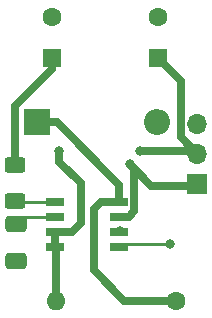
<source format=gbr>
%TF.GenerationSoftware,KiCad,Pcbnew,8.0.1-rc1*%
%TF.CreationDate,2024-11-19T18:26:05-08:00*%
%TF.ProjectId,LM2597-Fixed,4c4d3235-3937-42d4-9669-7865642e6b69,rev?*%
%TF.SameCoordinates,Original*%
%TF.FileFunction,Copper,L1,Top*%
%TF.FilePolarity,Positive*%
%FSLAX46Y46*%
G04 Gerber Fmt 4.6, Leading zero omitted, Abs format (unit mm)*
G04 Created by KiCad (PCBNEW 8.0.1-rc1) date 2024-11-19 18:26:05*
%MOMM*%
%LPD*%
G01*
G04 APERTURE LIST*
G04 Aperture macros list*
%AMRoundRect*
0 Rectangle with rounded corners*
0 $1 Rounding radius*
0 $2 $3 $4 $5 $6 $7 $8 $9 X,Y pos of 4 corners*
0 Add a 4 corners polygon primitive as box body*
4,1,4,$2,$3,$4,$5,$6,$7,$8,$9,$2,$3,0*
0 Add four circle primitives for the rounded corners*
1,1,$1+$1,$2,$3*
1,1,$1+$1,$4,$5*
1,1,$1+$1,$6,$7*
1,1,$1+$1,$8,$9*
0 Add four rect primitives between the rounded corners*
20,1,$1+$1,$2,$3,$4,$5,0*
20,1,$1+$1,$4,$5,$6,$7,0*
20,1,$1+$1,$6,$7,$8,$9,0*
20,1,$1+$1,$8,$9,$2,$3,0*%
G04 Aperture macros list end*
%TA.AperFunction,SMDPad,CuDef*%
%ADD10RoundRect,0.250000X-0.625000X0.400000X-0.625000X-0.400000X0.625000X-0.400000X0.625000X0.400000X0*%
%TD*%
%TA.AperFunction,SMDPad,CuDef*%
%ADD11R,1.528000X0.650000*%
%TD*%
%TA.AperFunction,ComponentPad*%
%ADD12C,1.600000*%
%TD*%
%TA.AperFunction,ComponentPad*%
%ADD13O,1.600000X1.600000*%
%TD*%
%TA.AperFunction,ComponentPad*%
%ADD14R,2.200000X2.200000*%
%TD*%
%TA.AperFunction,ComponentPad*%
%ADD15O,2.200000X2.200000*%
%TD*%
%TA.AperFunction,ComponentPad*%
%ADD16R,1.600000X1.600000*%
%TD*%
%TA.AperFunction,ComponentPad*%
%ADD17R,1.700000X1.700000*%
%TD*%
%TA.AperFunction,ComponentPad*%
%ADD18O,1.700000X1.700000*%
%TD*%
%TA.AperFunction,SMDPad,CuDef*%
%ADD19RoundRect,0.250000X-0.650000X0.412500X-0.650000X-0.412500X0.650000X-0.412500X0.650000X0.412500X0*%
%TD*%
%TA.AperFunction,ViaPad*%
%ADD20C,0.800000*%
%TD*%
%TA.AperFunction,Conductor*%
%ADD21C,0.250000*%
%TD*%
%TA.AperFunction,Conductor*%
%ADD22C,0.635000*%
%TD*%
G04 APERTURE END LIST*
D10*
%TO.P,R1,1*%
%TO.N,+VDC*%
X147766141Y-95494385D03*
%TO.P,R1,2*%
%TO.N,Net-(IC1-ERROR_FLAG)*%
X147766141Y-98594385D03*
%TD*%
D11*
%TO.P,IC1,1,ERROR_FLAG*%
%TO.N,Net-(IC1-ERROR_FLAG)*%
X151138992Y-98598564D03*
%TO.P,IC1,2,DELAY*%
%TO.N,Net-(IC1-DELAY)*%
X151138992Y-99868564D03*
%TO.P,IC1,3,BIAS_SUPPLY*%
%TO.N,VCC*%
X151138992Y-101138564D03*
%TO.P,IC1,4,FEEDBACK*%
X151138992Y-102408564D03*
%TO.P,IC1,5,~{SHUTDOWN}/SOFT-START*%
%TO.N,Net-(IC1-~{SHUTDOWN}{slash}SOFT-START)*%
X156560992Y-102408564D03*
%TO.P,IC1,6,GROUND*%
%TO.N,GND*%
X156560992Y-101138564D03*
%TO.P,IC1,7,+VIN*%
%TO.N,+VDC*%
X156560992Y-99868564D03*
%TO.P,IC1,8,OUTPUT*%
%TO.N,Net-(D1-K)*%
X156560992Y-98598564D03*
%TD*%
D12*
%TO.P,L1,1,1*%
%TO.N,Net-(D1-K)*%
X161334161Y-107019396D03*
D13*
%TO.P,L1,2,2*%
%TO.N,VCC*%
X151174161Y-107019396D03*
%TD*%
D14*
%TO.P,D1,1,K*%
%TO.N,Net-(D1-K)*%
X149579492Y-91907963D03*
D15*
%TO.P,D1,2,A*%
%TO.N,GND*%
X159739492Y-91907963D03*
%TD*%
D16*
%TO.P,C4,1*%
%TO.N,VCC*%
X159810912Y-86476788D03*
D12*
%TO.P,C4,2*%
%TO.N,GND*%
X159810912Y-82976788D03*
%TD*%
D16*
%TO.P,C3,1*%
%TO.N,+VDC*%
X150853605Y-86476788D03*
D12*
%TO.P,C3,2*%
%TO.N,GND*%
X150853605Y-82976788D03*
%TD*%
D17*
%TO.P,J1,1,Pin_1*%
%TO.N,+VDC*%
X163118369Y-97073471D03*
D18*
%TO.P,J1,2,Pin_2*%
%TO.N,VCC*%
X163118369Y-94533471D03*
%TO.P,J1,3,Pin_3*%
%TO.N,GND*%
X163118369Y-91993471D03*
%TD*%
D19*
%TO.P,C1,1*%
%TO.N,Net-(IC1-DELAY)*%
X147783138Y-100533329D03*
%TO.P,C1,2*%
%TO.N,GND*%
X147783138Y-103658329D03*
%TD*%
D20*
%TO.N,GND*%
X147736901Y-103667869D03*
%TO.N,+VDC*%
X147750869Y-95475186D03*
%TO.N,GND*%
X156598987Y-101116350D03*
%TO.N,Net-(IC1-~{SHUTDOWN}{slash}SOFT-START)*%
X160816394Y-102212757D03*
%TO.N,+VDC*%
X157430175Y-95427080D03*
%TO.N,VCC*%
X158318828Y-94334363D03*
X151443568Y-94337281D03*
%TD*%
D21*
%TO.N,Net-(IC1-DELAY)*%
X148447903Y-99868564D02*
X151138992Y-99868564D01*
X147783138Y-100533329D02*
X148447903Y-99868564D01*
%TO.N,Net-(IC1-ERROR_FLAG)*%
X147770320Y-98598564D02*
X147766141Y-98594385D01*
X151138992Y-98598564D02*
X147770320Y-98598564D01*
D22*
%TO.N,+VDC*%
X150853605Y-87398850D02*
X150853605Y-86476788D01*
X147766141Y-90486314D02*
X150853605Y-87398850D01*
X147766141Y-95459914D02*
X147766141Y-90486314D01*
X147750869Y-95475186D02*
X147766141Y-95459914D01*
D21*
%TO.N,Net-(IC1-~{SHUTDOWN}{slash}SOFT-START)*%
X160816394Y-102212757D02*
X156756799Y-102212757D01*
X156756799Y-102212757D02*
X156560992Y-102408564D01*
D22*
%TO.N,+VDC*%
X157414992Y-99868564D02*
X156560992Y-99868564D01*
X157842492Y-95839397D02*
X157842492Y-99441064D01*
X157430175Y-95427080D02*
X157842492Y-95839397D01*
X157842492Y-99441064D02*
X157414992Y-99868564D01*
X157430175Y-95427080D02*
X159265853Y-97262758D01*
X159265853Y-97262758D02*
X162929082Y-97262758D01*
%TO.N,VCC*%
X153277788Y-100398768D02*
X153277788Y-97056055D01*
X161750869Y-88416745D02*
X161750869Y-93165971D01*
X159810912Y-86476788D02*
X161750869Y-88416745D01*
X161750869Y-93165971D02*
X163118369Y-94533471D01*
X151138992Y-102408564D02*
X151138992Y-101138564D01*
X153277788Y-97056055D02*
X151434897Y-95213164D01*
X158318828Y-94334363D02*
X162919261Y-94334363D01*
X151138992Y-101138564D02*
X152537992Y-101138564D01*
X152537992Y-101138564D02*
X153277788Y-100398768D01*
X151434897Y-95213164D02*
X151443568Y-94337281D01*
X151174161Y-107019396D02*
X151174161Y-102443733D01*
X151174161Y-102443733D02*
X151138992Y-102408564D01*
%TO.N,Net-(D1-K)*%
X156560992Y-97166293D02*
X151302662Y-91907963D01*
X156988257Y-107019396D02*
X154408170Y-104439309D01*
X154408170Y-99210641D02*
X155020247Y-98598564D01*
X156560992Y-98598564D02*
X156560992Y-97166293D01*
X151302662Y-91907963D02*
X149579492Y-91907963D01*
X154408170Y-104439309D02*
X154408170Y-99210641D01*
X161334161Y-107019396D02*
X156988257Y-107019396D01*
X155020247Y-98598564D02*
X156560992Y-98598564D01*
%TD*%
M02*

</source>
